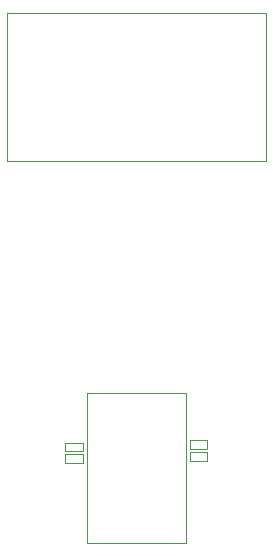
<source format=gbr>
%TF.GenerationSoftware,Altium Limited,Altium Designer,22.1.2 (22)*%
G04 Layer_Color=8388736*
%FSLAX26Y26*%
%MOIN*%
%TF.SameCoordinates,654C00B4-3322-4B45-B6E3-0FD47356756A*%
%TF.FilePolarity,Positive*%
%TF.FileFunction,Other,Top_Assembly*%
%TF.Part,Single*%
G01*
G75*
%TA.AperFunction,NonConductor*%
%ADD49C,0.000394*%
%ADD50C,0.000787*%
D49*
X-163386Y271654D02*
X163386D01*
Y771654D01*
X-163386D02*
X163386D01*
X-163386Y271654D02*
Y771654D01*
X-433071Y2037402D02*
X433071D01*
X-433071Y1545276D02*
X433071D01*
X-433071D02*
Y2037402D01*
X433071Y1545276D02*
Y2037402D01*
D50*
X236220Y584173D02*
Y613701D01*
X177165Y584173D02*
Y613701D01*
Y584173D02*
X236220D01*
X177165Y613701D02*
X236220D01*
X-179134Y575787D02*
Y605315D01*
X-238189Y575787D02*
Y605315D01*
Y575787D02*
X-179134D01*
X-238189Y605315D02*
X-179134D01*
X236220Y544803D02*
Y574331D01*
X177165Y544803D02*
Y574331D01*
Y544803D02*
X236220D01*
X177165Y574331D02*
X236220D01*
X-179134Y536417D02*
Y565945D01*
X-238189Y536417D02*
Y565945D01*
Y536417D02*
X-179134D01*
X-238189Y565945D02*
X-179134D01*
%TF.MD5,c7a68a408e46d17b181ab245125bb782*%
M02*

</source>
